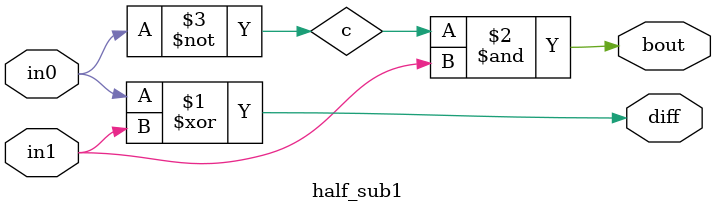
<source format=v>
module half_sub1(bout,diff,in0,in1);
input in0,in1;
output bout,diff;
xor(diff,in0,in1);
not(c,in0);
and(bout,c,in1);
endmodule

</source>
